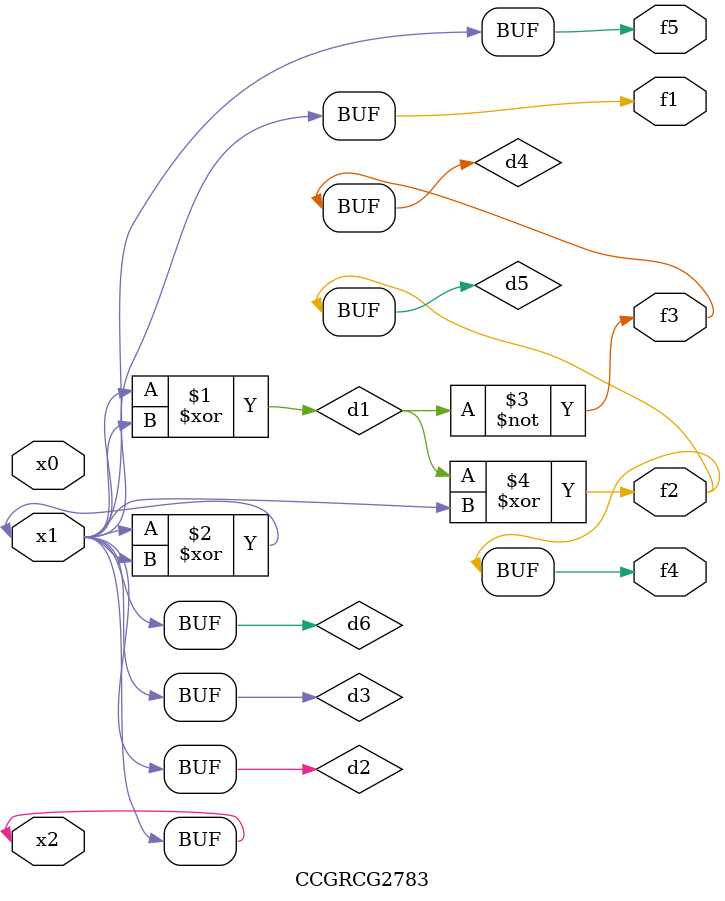
<source format=v>
module CCGRCG2783(
	input x0, x1, x2,
	output f1, f2, f3, f4, f5
);

	wire d1, d2, d3, d4, d5, d6;

	xor (d1, x1, x2);
	buf (d2, x1, x2);
	xor (d3, x1, x2);
	nor (d4, d1);
	xor (d5, d1, d2);
	buf (d6, d2, d3);
	assign f1 = d6;
	assign f2 = d5;
	assign f3 = d4;
	assign f4 = d5;
	assign f5 = d6;
endmodule

</source>
